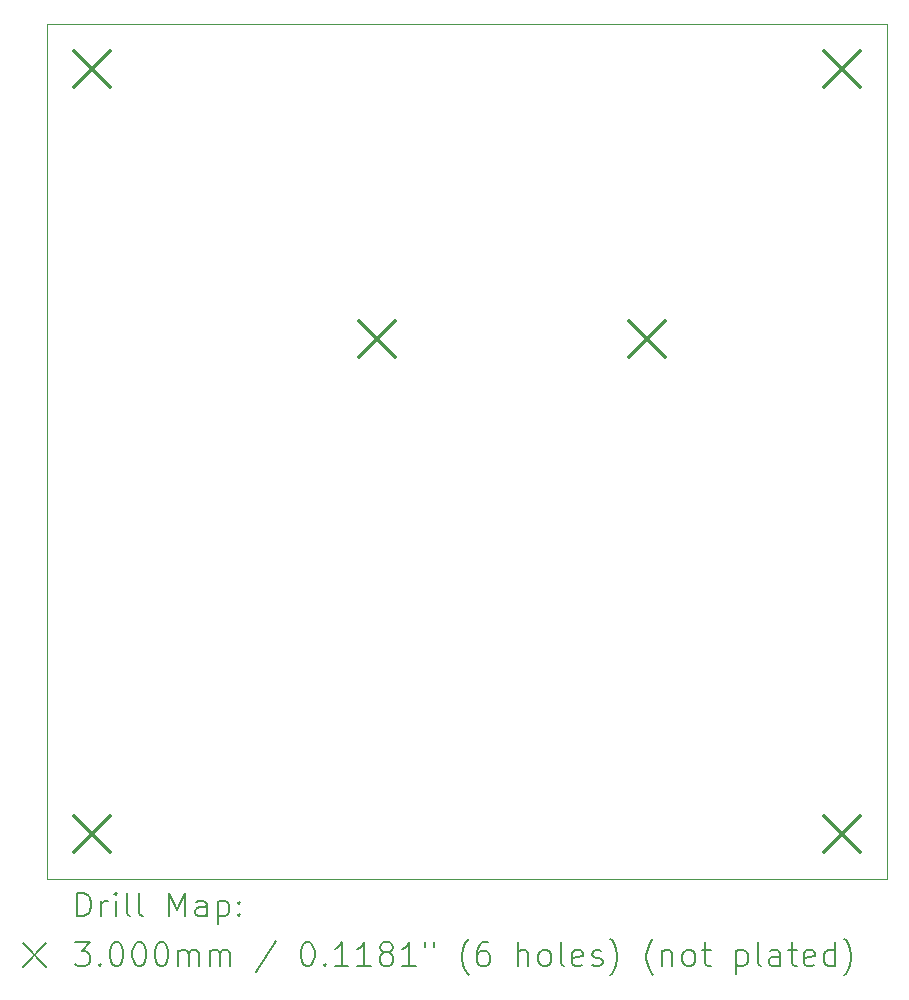
<source format=gbr>
%TF.GenerationSoftware,KiCad,Pcbnew,7.0.8*%
%TF.CreationDate,2023-11-30T19:20:53+00:00*%
%TF.ProjectId,mainboard,6d61696e-626f-4617-9264-2e6b69636164,rev?*%
%TF.SameCoordinates,Original*%
%TF.FileFunction,Drillmap*%
%TF.FilePolarity,Positive*%
%FSLAX45Y45*%
G04 Gerber Fmt 4.5, Leading zero omitted, Abs format (unit mm)*
G04 Created by KiCad (PCBNEW 7.0.8) date 2023-11-30 19:20:53*
%MOMM*%
%LPD*%
G01*
G04 APERTURE LIST*
%ADD10C,0.100000*%
%ADD11C,0.200000*%
%ADD12C,0.300000*%
G04 APERTURE END LIST*
D10*
X10703000Y-5680000D02*
X17815000Y-5680000D01*
X17815000Y-12919000D01*
X10703000Y-12919000D01*
X10703000Y-5680000D01*
D11*
D12*
X10934000Y-5911000D02*
X11234000Y-6211000D01*
X11234000Y-5911000D02*
X10934000Y-6211000D01*
X10934000Y-12388000D02*
X11234000Y-12688000D01*
X11234000Y-12388000D02*
X10934000Y-12688000D01*
X13347000Y-8197000D02*
X13647000Y-8497000D01*
X13647000Y-8197000D02*
X13347000Y-8497000D01*
X15631500Y-8197000D02*
X15931500Y-8497000D01*
X15931500Y-8197000D02*
X15631500Y-8497000D01*
X17284000Y-5911000D02*
X17584000Y-6211000D01*
X17584000Y-5911000D02*
X17284000Y-6211000D01*
X17284000Y-12388000D02*
X17584000Y-12688000D01*
X17584000Y-12388000D02*
X17284000Y-12688000D01*
D11*
X10958777Y-13235484D02*
X10958777Y-13035484D01*
X10958777Y-13035484D02*
X11006396Y-13035484D01*
X11006396Y-13035484D02*
X11034967Y-13045008D01*
X11034967Y-13045008D02*
X11054015Y-13064055D01*
X11054015Y-13064055D02*
X11063539Y-13083103D01*
X11063539Y-13083103D02*
X11073063Y-13121198D01*
X11073063Y-13121198D02*
X11073063Y-13149769D01*
X11073063Y-13149769D02*
X11063539Y-13187865D01*
X11063539Y-13187865D02*
X11054015Y-13206912D01*
X11054015Y-13206912D02*
X11034967Y-13225960D01*
X11034967Y-13225960D02*
X11006396Y-13235484D01*
X11006396Y-13235484D02*
X10958777Y-13235484D01*
X11158777Y-13235484D02*
X11158777Y-13102150D01*
X11158777Y-13140246D02*
X11168301Y-13121198D01*
X11168301Y-13121198D02*
X11177824Y-13111674D01*
X11177824Y-13111674D02*
X11196872Y-13102150D01*
X11196872Y-13102150D02*
X11215920Y-13102150D01*
X11282586Y-13235484D02*
X11282586Y-13102150D01*
X11282586Y-13035484D02*
X11273062Y-13045008D01*
X11273062Y-13045008D02*
X11282586Y-13054531D01*
X11282586Y-13054531D02*
X11292110Y-13045008D01*
X11292110Y-13045008D02*
X11282586Y-13035484D01*
X11282586Y-13035484D02*
X11282586Y-13054531D01*
X11406396Y-13235484D02*
X11387348Y-13225960D01*
X11387348Y-13225960D02*
X11377824Y-13206912D01*
X11377824Y-13206912D02*
X11377824Y-13035484D01*
X11511158Y-13235484D02*
X11492110Y-13225960D01*
X11492110Y-13225960D02*
X11482586Y-13206912D01*
X11482586Y-13206912D02*
X11482586Y-13035484D01*
X11739729Y-13235484D02*
X11739729Y-13035484D01*
X11739729Y-13035484D02*
X11806396Y-13178341D01*
X11806396Y-13178341D02*
X11873062Y-13035484D01*
X11873062Y-13035484D02*
X11873062Y-13235484D01*
X12054015Y-13235484D02*
X12054015Y-13130722D01*
X12054015Y-13130722D02*
X12044491Y-13111674D01*
X12044491Y-13111674D02*
X12025443Y-13102150D01*
X12025443Y-13102150D02*
X11987348Y-13102150D01*
X11987348Y-13102150D02*
X11968301Y-13111674D01*
X12054015Y-13225960D02*
X12034967Y-13235484D01*
X12034967Y-13235484D02*
X11987348Y-13235484D01*
X11987348Y-13235484D02*
X11968301Y-13225960D01*
X11968301Y-13225960D02*
X11958777Y-13206912D01*
X11958777Y-13206912D02*
X11958777Y-13187865D01*
X11958777Y-13187865D02*
X11968301Y-13168817D01*
X11968301Y-13168817D02*
X11987348Y-13159293D01*
X11987348Y-13159293D02*
X12034967Y-13159293D01*
X12034967Y-13159293D02*
X12054015Y-13149769D01*
X12149253Y-13102150D02*
X12149253Y-13302150D01*
X12149253Y-13111674D02*
X12168301Y-13102150D01*
X12168301Y-13102150D02*
X12206396Y-13102150D01*
X12206396Y-13102150D02*
X12225443Y-13111674D01*
X12225443Y-13111674D02*
X12234967Y-13121198D01*
X12234967Y-13121198D02*
X12244491Y-13140246D01*
X12244491Y-13140246D02*
X12244491Y-13197388D01*
X12244491Y-13197388D02*
X12234967Y-13216436D01*
X12234967Y-13216436D02*
X12225443Y-13225960D01*
X12225443Y-13225960D02*
X12206396Y-13235484D01*
X12206396Y-13235484D02*
X12168301Y-13235484D01*
X12168301Y-13235484D02*
X12149253Y-13225960D01*
X12330205Y-13216436D02*
X12339729Y-13225960D01*
X12339729Y-13225960D02*
X12330205Y-13235484D01*
X12330205Y-13235484D02*
X12320682Y-13225960D01*
X12320682Y-13225960D02*
X12330205Y-13216436D01*
X12330205Y-13216436D02*
X12330205Y-13235484D01*
X12330205Y-13111674D02*
X12339729Y-13121198D01*
X12339729Y-13121198D02*
X12330205Y-13130722D01*
X12330205Y-13130722D02*
X12320682Y-13121198D01*
X12320682Y-13121198D02*
X12330205Y-13111674D01*
X12330205Y-13111674D02*
X12330205Y-13130722D01*
X10498000Y-13464000D02*
X10698000Y-13664000D01*
X10698000Y-13464000D02*
X10498000Y-13664000D01*
X10939729Y-13455484D02*
X11063539Y-13455484D01*
X11063539Y-13455484D02*
X10996872Y-13531674D01*
X10996872Y-13531674D02*
X11025444Y-13531674D01*
X11025444Y-13531674D02*
X11044491Y-13541198D01*
X11044491Y-13541198D02*
X11054015Y-13550722D01*
X11054015Y-13550722D02*
X11063539Y-13569769D01*
X11063539Y-13569769D02*
X11063539Y-13617388D01*
X11063539Y-13617388D02*
X11054015Y-13636436D01*
X11054015Y-13636436D02*
X11044491Y-13645960D01*
X11044491Y-13645960D02*
X11025444Y-13655484D01*
X11025444Y-13655484D02*
X10968301Y-13655484D01*
X10968301Y-13655484D02*
X10949253Y-13645960D01*
X10949253Y-13645960D02*
X10939729Y-13636436D01*
X11149253Y-13636436D02*
X11158777Y-13645960D01*
X11158777Y-13645960D02*
X11149253Y-13655484D01*
X11149253Y-13655484D02*
X11139729Y-13645960D01*
X11139729Y-13645960D02*
X11149253Y-13636436D01*
X11149253Y-13636436D02*
X11149253Y-13655484D01*
X11282586Y-13455484D02*
X11301634Y-13455484D01*
X11301634Y-13455484D02*
X11320682Y-13465008D01*
X11320682Y-13465008D02*
X11330205Y-13474531D01*
X11330205Y-13474531D02*
X11339729Y-13493579D01*
X11339729Y-13493579D02*
X11349253Y-13531674D01*
X11349253Y-13531674D02*
X11349253Y-13579293D01*
X11349253Y-13579293D02*
X11339729Y-13617388D01*
X11339729Y-13617388D02*
X11330205Y-13636436D01*
X11330205Y-13636436D02*
X11320682Y-13645960D01*
X11320682Y-13645960D02*
X11301634Y-13655484D01*
X11301634Y-13655484D02*
X11282586Y-13655484D01*
X11282586Y-13655484D02*
X11263539Y-13645960D01*
X11263539Y-13645960D02*
X11254015Y-13636436D01*
X11254015Y-13636436D02*
X11244491Y-13617388D01*
X11244491Y-13617388D02*
X11234967Y-13579293D01*
X11234967Y-13579293D02*
X11234967Y-13531674D01*
X11234967Y-13531674D02*
X11244491Y-13493579D01*
X11244491Y-13493579D02*
X11254015Y-13474531D01*
X11254015Y-13474531D02*
X11263539Y-13465008D01*
X11263539Y-13465008D02*
X11282586Y-13455484D01*
X11473062Y-13455484D02*
X11492110Y-13455484D01*
X11492110Y-13455484D02*
X11511158Y-13465008D01*
X11511158Y-13465008D02*
X11520682Y-13474531D01*
X11520682Y-13474531D02*
X11530205Y-13493579D01*
X11530205Y-13493579D02*
X11539729Y-13531674D01*
X11539729Y-13531674D02*
X11539729Y-13579293D01*
X11539729Y-13579293D02*
X11530205Y-13617388D01*
X11530205Y-13617388D02*
X11520682Y-13636436D01*
X11520682Y-13636436D02*
X11511158Y-13645960D01*
X11511158Y-13645960D02*
X11492110Y-13655484D01*
X11492110Y-13655484D02*
X11473062Y-13655484D01*
X11473062Y-13655484D02*
X11454015Y-13645960D01*
X11454015Y-13645960D02*
X11444491Y-13636436D01*
X11444491Y-13636436D02*
X11434967Y-13617388D01*
X11434967Y-13617388D02*
X11425443Y-13579293D01*
X11425443Y-13579293D02*
X11425443Y-13531674D01*
X11425443Y-13531674D02*
X11434967Y-13493579D01*
X11434967Y-13493579D02*
X11444491Y-13474531D01*
X11444491Y-13474531D02*
X11454015Y-13465008D01*
X11454015Y-13465008D02*
X11473062Y-13455484D01*
X11663539Y-13455484D02*
X11682586Y-13455484D01*
X11682586Y-13455484D02*
X11701634Y-13465008D01*
X11701634Y-13465008D02*
X11711158Y-13474531D01*
X11711158Y-13474531D02*
X11720682Y-13493579D01*
X11720682Y-13493579D02*
X11730205Y-13531674D01*
X11730205Y-13531674D02*
X11730205Y-13579293D01*
X11730205Y-13579293D02*
X11720682Y-13617388D01*
X11720682Y-13617388D02*
X11711158Y-13636436D01*
X11711158Y-13636436D02*
X11701634Y-13645960D01*
X11701634Y-13645960D02*
X11682586Y-13655484D01*
X11682586Y-13655484D02*
X11663539Y-13655484D01*
X11663539Y-13655484D02*
X11644491Y-13645960D01*
X11644491Y-13645960D02*
X11634967Y-13636436D01*
X11634967Y-13636436D02*
X11625443Y-13617388D01*
X11625443Y-13617388D02*
X11615920Y-13579293D01*
X11615920Y-13579293D02*
X11615920Y-13531674D01*
X11615920Y-13531674D02*
X11625443Y-13493579D01*
X11625443Y-13493579D02*
X11634967Y-13474531D01*
X11634967Y-13474531D02*
X11644491Y-13465008D01*
X11644491Y-13465008D02*
X11663539Y-13455484D01*
X11815920Y-13655484D02*
X11815920Y-13522150D01*
X11815920Y-13541198D02*
X11825443Y-13531674D01*
X11825443Y-13531674D02*
X11844491Y-13522150D01*
X11844491Y-13522150D02*
X11873063Y-13522150D01*
X11873063Y-13522150D02*
X11892110Y-13531674D01*
X11892110Y-13531674D02*
X11901634Y-13550722D01*
X11901634Y-13550722D02*
X11901634Y-13655484D01*
X11901634Y-13550722D02*
X11911158Y-13531674D01*
X11911158Y-13531674D02*
X11930205Y-13522150D01*
X11930205Y-13522150D02*
X11958777Y-13522150D01*
X11958777Y-13522150D02*
X11977824Y-13531674D01*
X11977824Y-13531674D02*
X11987348Y-13550722D01*
X11987348Y-13550722D02*
X11987348Y-13655484D01*
X12082586Y-13655484D02*
X12082586Y-13522150D01*
X12082586Y-13541198D02*
X12092110Y-13531674D01*
X12092110Y-13531674D02*
X12111158Y-13522150D01*
X12111158Y-13522150D02*
X12139729Y-13522150D01*
X12139729Y-13522150D02*
X12158777Y-13531674D01*
X12158777Y-13531674D02*
X12168301Y-13550722D01*
X12168301Y-13550722D02*
X12168301Y-13655484D01*
X12168301Y-13550722D02*
X12177824Y-13531674D01*
X12177824Y-13531674D02*
X12196872Y-13522150D01*
X12196872Y-13522150D02*
X12225443Y-13522150D01*
X12225443Y-13522150D02*
X12244491Y-13531674D01*
X12244491Y-13531674D02*
X12254015Y-13550722D01*
X12254015Y-13550722D02*
X12254015Y-13655484D01*
X12644491Y-13445960D02*
X12473063Y-13703103D01*
X12901634Y-13455484D02*
X12920682Y-13455484D01*
X12920682Y-13455484D02*
X12939729Y-13465008D01*
X12939729Y-13465008D02*
X12949253Y-13474531D01*
X12949253Y-13474531D02*
X12958777Y-13493579D01*
X12958777Y-13493579D02*
X12968301Y-13531674D01*
X12968301Y-13531674D02*
X12968301Y-13579293D01*
X12968301Y-13579293D02*
X12958777Y-13617388D01*
X12958777Y-13617388D02*
X12949253Y-13636436D01*
X12949253Y-13636436D02*
X12939729Y-13645960D01*
X12939729Y-13645960D02*
X12920682Y-13655484D01*
X12920682Y-13655484D02*
X12901634Y-13655484D01*
X12901634Y-13655484D02*
X12882586Y-13645960D01*
X12882586Y-13645960D02*
X12873063Y-13636436D01*
X12873063Y-13636436D02*
X12863539Y-13617388D01*
X12863539Y-13617388D02*
X12854015Y-13579293D01*
X12854015Y-13579293D02*
X12854015Y-13531674D01*
X12854015Y-13531674D02*
X12863539Y-13493579D01*
X12863539Y-13493579D02*
X12873063Y-13474531D01*
X12873063Y-13474531D02*
X12882586Y-13465008D01*
X12882586Y-13465008D02*
X12901634Y-13455484D01*
X13054015Y-13636436D02*
X13063539Y-13645960D01*
X13063539Y-13645960D02*
X13054015Y-13655484D01*
X13054015Y-13655484D02*
X13044491Y-13645960D01*
X13044491Y-13645960D02*
X13054015Y-13636436D01*
X13054015Y-13636436D02*
X13054015Y-13655484D01*
X13254015Y-13655484D02*
X13139729Y-13655484D01*
X13196872Y-13655484D02*
X13196872Y-13455484D01*
X13196872Y-13455484D02*
X13177825Y-13484055D01*
X13177825Y-13484055D02*
X13158777Y-13503103D01*
X13158777Y-13503103D02*
X13139729Y-13512627D01*
X13444491Y-13655484D02*
X13330206Y-13655484D01*
X13387348Y-13655484D02*
X13387348Y-13455484D01*
X13387348Y-13455484D02*
X13368301Y-13484055D01*
X13368301Y-13484055D02*
X13349253Y-13503103D01*
X13349253Y-13503103D02*
X13330206Y-13512627D01*
X13558777Y-13541198D02*
X13539729Y-13531674D01*
X13539729Y-13531674D02*
X13530206Y-13522150D01*
X13530206Y-13522150D02*
X13520682Y-13503103D01*
X13520682Y-13503103D02*
X13520682Y-13493579D01*
X13520682Y-13493579D02*
X13530206Y-13474531D01*
X13530206Y-13474531D02*
X13539729Y-13465008D01*
X13539729Y-13465008D02*
X13558777Y-13455484D01*
X13558777Y-13455484D02*
X13596872Y-13455484D01*
X13596872Y-13455484D02*
X13615920Y-13465008D01*
X13615920Y-13465008D02*
X13625444Y-13474531D01*
X13625444Y-13474531D02*
X13634967Y-13493579D01*
X13634967Y-13493579D02*
X13634967Y-13503103D01*
X13634967Y-13503103D02*
X13625444Y-13522150D01*
X13625444Y-13522150D02*
X13615920Y-13531674D01*
X13615920Y-13531674D02*
X13596872Y-13541198D01*
X13596872Y-13541198D02*
X13558777Y-13541198D01*
X13558777Y-13541198D02*
X13539729Y-13550722D01*
X13539729Y-13550722D02*
X13530206Y-13560246D01*
X13530206Y-13560246D02*
X13520682Y-13579293D01*
X13520682Y-13579293D02*
X13520682Y-13617388D01*
X13520682Y-13617388D02*
X13530206Y-13636436D01*
X13530206Y-13636436D02*
X13539729Y-13645960D01*
X13539729Y-13645960D02*
X13558777Y-13655484D01*
X13558777Y-13655484D02*
X13596872Y-13655484D01*
X13596872Y-13655484D02*
X13615920Y-13645960D01*
X13615920Y-13645960D02*
X13625444Y-13636436D01*
X13625444Y-13636436D02*
X13634967Y-13617388D01*
X13634967Y-13617388D02*
X13634967Y-13579293D01*
X13634967Y-13579293D02*
X13625444Y-13560246D01*
X13625444Y-13560246D02*
X13615920Y-13550722D01*
X13615920Y-13550722D02*
X13596872Y-13541198D01*
X13825444Y-13655484D02*
X13711158Y-13655484D01*
X13768301Y-13655484D02*
X13768301Y-13455484D01*
X13768301Y-13455484D02*
X13749253Y-13484055D01*
X13749253Y-13484055D02*
X13730206Y-13503103D01*
X13730206Y-13503103D02*
X13711158Y-13512627D01*
X13901634Y-13455484D02*
X13901634Y-13493579D01*
X13977825Y-13455484D02*
X13977825Y-13493579D01*
X14273063Y-13731674D02*
X14263539Y-13722150D01*
X14263539Y-13722150D02*
X14244491Y-13693579D01*
X14244491Y-13693579D02*
X14234968Y-13674531D01*
X14234968Y-13674531D02*
X14225444Y-13645960D01*
X14225444Y-13645960D02*
X14215920Y-13598341D01*
X14215920Y-13598341D02*
X14215920Y-13560246D01*
X14215920Y-13560246D02*
X14225444Y-13512627D01*
X14225444Y-13512627D02*
X14234968Y-13484055D01*
X14234968Y-13484055D02*
X14244491Y-13465008D01*
X14244491Y-13465008D02*
X14263539Y-13436436D01*
X14263539Y-13436436D02*
X14273063Y-13426912D01*
X14434968Y-13455484D02*
X14396872Y-13455484D01*
X14396872Y-13455484D02*
X14377825Y-13465008D01*
X14377825Y-13465008D02*
X14368301Y-13474531D01*
X14368301Y-13474531D02*
X14349253Y-13503103D01*
X14349253Y-13503103D02*
X14339729Y-13541198D01*
X14339729Y-13541198D02*
X14339729Y-13617388D01*
X14339729Y-13617388D02*
X14349253Y-13636436D01*
X14349253Y-13636436D02*
X14358777Y-13645960D01*
X14358777Y-13645960D02*
X14377825Y-13655484D01*
X14377825Y-13655484D02*
X14415920Y-13655484D01*
X14415920Y-13655484D02*
X14434968Y-13645960D01*
X14434968Y-13645960D02*
X14444491Y-13636436D01*
X14444491Y-13636436D02*
X14454015Y-13617388D01*
X14454015Y-13617388D02*
X14454015Y-13569769D01*
X14454015Y-13569769D02*
X14444491Y-13550722D01*
X14444491Y-13550722D02*
X14434968Y-13541198D01*
X14434968Y-13541198D02*
X14415920Y-13531674D01*
X14415920Y-13531674D02*
X14377825Y-13531674D01*
X14377825Y-13531674D02*
X14358777Y-13541198D01*
X14358777Y-13541198D02*
X14349253Y-13550722D01*
X14349253Y-13550722D02*
X14339729Y-13569769D01*
X14692110Y-13655484D02*
X14692110Y-13455484D01*
X14777825Y-13655484D02*
X14777825Y-13550722D01*
X14777825Y-13550722D02*
X14768301Y-13531674D01*
X14768301Y-13531674D02*
X14749253Y-13522150D01*
X14749253Y-13522150D02*
X14720682Y-13522150D01*
X14720682Y-13522150D02*
X14701634Y-13531674D01*
X14701634Y-13531674D02*
X14692110Y-13541198D01*
X14901634Y-13655484D02*
X14882587Y-13645960D01*
X14882587Y-13645960D02*
X14873063Y-13636436D01*
X14873063Y-13636436D02*
X14863539Y-13617388D01*
X14863539Y-13617388D02*
X14863539Y-13560246D01*
X14863539Y-13560246D02*
X14873063Y-13541198D01*
X14873063Y-13541198D02*
X14882587Y-13531674D01*
X14882587Y-13531674D02*
X14901634Y-13522150D01*
X14901634Y-13522150D02*
X14930206Y-13522150D01*
X14930206Y-13522150D02*
X14949253Y-13531674D01*
X14949253Y-13531674D02*
X14958777Y-13541198D01*
X14958777Y-13541198D02*
X14968301Y-13560246D01*
X14968301Y-13560246D02*
X14968301Y-13617388D01*
X14968301Y-13617388D02*
X14958777Y-13636436D01*
X14958777Y-13636436D02*
X14949253Y-13645960D01*
X14949253Y-13645960D02*
X14930206Y-13655484D01*
X14930206Y-13655484D02*
X14901634Y-13655484D01*
X15082587Y-13655484D02*
X15063539Y-13645960D01*
X15063539Y-13645960D02*
X15054015Y-13626912D01*
X15054015Y-13626912D02*
X15054015Y-13455484D01*
X15234968Y-13645960D02*
X15215920Y-13655484D01*
X15215920Y-13655484D02*
X15177825Y-13655484D01*
X15177825Y-13655484D02*
X15158777Y-13645960D01*
X15158777Y-13645960D02*
X15149253Y-13626912D01*
X15149253Y-13626912D02*
X15149253Y-13550722D01*
X15149253Y-13550722D02*
X15158777Y-13531674D01*
X15158777Y-13531674D02*
X15177825Y-13522150D01*
X15177825Y-13522150D02*
X15215920Y-13522150D01*
X15215920Y-13522150D02*
X15234968Y-13531674D01*
X15234968Y-13531674D02*
X15244491Y-13550722D01*
X15244491Y-13550722D02*
X15244491Y-13569769D01*
X15244491Y-13569769D02*
X15149253Y-13588817D01*
X15320682Y-13645960D02*
X15339730Y-13655484D01*
X15339730Y-13655484D02*
X15377825Y-13655484D01*
X15377825Y-13655484D02*
X15396872Y-13645960D01*
X15396872Y-13645960D02*
X15406396Y-13626912D01*
X15406396Y-13626912D02*
X15406396Y-13617388D01*
X15406396Y-13617388D02*
X15396872Y-13598341D01*
X15396872Y-13598341D02*
X15377825Y-13588817D01*
X15377825Y-13588817D02*
X15349253Y-13588817D01*
X15349253Y-13588817D02*
X15330206Y-13579293D01*
X15330206Y-13579293D02*
X15320682Y-13560246D01*
X15320682Y-13560246D02*
X15320682Y-13550722D01*
X15320682Y-13550722D02*
X15330206Y-13531674D01*
X15330206Y-13531674D02*
X15349253Y-13522150D01*
X15349253Y-13522150D02*
X15377825Y-13522150D01*
X15377825Y-13522150D02*
X15396872Y-13531674D01*
X15473063Y-13731674D02*
X15482587Y-13722150D01*
X15482587Y-13722150D02*
X15501634Y-13693579D01*
X15501634Y-13693579D02*
X15511158Y-13674531D01*
X15511158Y-13674531D02*
X15520682Y-13645960D01*
X15520682Y-13645960D02*
X15530206Y-13598341D01*
X15530206Y-13598341D02*
X15530206Y-13560246D01*
X15530206Y-13560246D02*
X15520682Y-13512627D01*
X15520682Y-13512627D02*
X15511158Y-13484055D01*
X15511158Y-13484055D02*
X15501634Y-13465008D01*
X15501634Y-13465008D02*
X15482587Y-13436436D01*
X15482587Y-13436436D02*
X15473063Y-13426912D01*
X15834968Y-13731674D02*
X15825444Y-13722150D01*
X15825444Y-13722150D02*
X15806396Y-13693579D01*
X15806396Y-13693579D02*
X15796872Y-13674531D01*
X15796872Y-13674531D02*
X15787349Y-13645960D01*
X15787349Y-13645960D02*
X15777825Y-13598341D01*
X15777825Y-13598341D02*
X15777825Y-13560246D01*
X15777825Y-13560246D02*
X15787349Y-13512627D01*
X15787349Y-13512627D02*
X15796872Y-13484055D01*
X15796872Y-13484055D02*
X15806396Y-13465008D01*
X15806396Y-13465008D02*
X15825444Y-13436436D01*
X15825444Y-13436436D02*
X15834968Y-13426912D01*
X15911158Y-13522150D02*
X15911158Y-13655484D01*
X15911158Y-13541198D02*
X15920682Y-13531674D01*
X15920682Y-13531674D02*
X15939730Y-13522150D01*
X15939730Y-13522150D02*
X15968301Y-13522150D01*
X15968301Y-13522150D02*
X15987349Y-13531674D01*
X15987349Y-13531674D02*
X15996872Y-13550722D01*
X15996872Y-13550722D02*
X15996872Y-13655484D01*
X16120682Y-13655484D02*
X16101634Y-13645960D01*
X16101634Y-13645960D02*
X16092111Y-13636436D01*
X16092111Y-13636436D02*
X16082587Y-13617388D01*
X16082587Y-13617388D02*
X16082587Y-13560246D01*
X16082587Y-13560246D02*
X16092111Y-13541198D01*
X16092111Y-13541198D02*
X16101634Y-13531674D01*
X16101634Y-13531674D02*
X16120682Y-13522150D01*
X16120682Y-13522150D02*
X16149253Y-13522150D01*
X16149253Y-13522150D02*
X16168301Y-13531674D01*
X16168301Y-13531674D02*
X16177825Y-13541198D01*
X16177825Y-13541198D02*
X16187349Y-13560246D01*
X16187349Y-13560246D02*
X16187349Y-13617388D01*
X16187349Y-13617388D02*
X16177825Y-13636436D01*
X16177825Y-13636436D02*
X16168301Y-13645960D01*
X16168301Y-13645960D02*
X16149253Y-13655484D01*
X16149253Y-13655484D02*
X16120682Y-13655484D01*
X16244492Y-13522150D02*
X16320682Y-13522150D01*
X16273063Y-13455484D02*
X16273063Y-13626912D01*
X16273063Y-13626912D02*
X16282587Y-13645960D01*
X16282587Y-13645960D02*
X16301634Y-13655484D01*
X16301634Y-13655484D02*
X16320682Y-13655484D01*
X16539730Y-13522150D02*
X16539730Y-13722150D01*
X16539730Y-13531674D02*
X16558777Y-13522150D01*
X16558777Y-13522150D02*
X16596873Y-13522150D01*
X16596873Y-13522150D02*
X16615920Y-13531674D01*
X16615920Y-13531674D02*
X16625444Y-13541198D01*
X16625444Y-13541198D02*
X16634968Y-13560246D01*
X16634968Y-13560246D02*
X16634968Y-13617388D01*
X16634968Y-13617388D02*
X16625444Y-13636436D01*
X16625444Y-13636436D02*
X16615920Y-13645960D01*
X16615920Y-13645960D02*
X16596873Y-13655484D01*
X16596873Y-13655484D02*
X16558777Y-13655484D01*
X16558777Y-13655484D02*
X16539730Y-13645960D01*
X16749253Y-13655484D02*
X16730206Y-13645960D01*
X16730206Y-13645960D02*
X16720682Y-13626912D01*
X16720682Y-13626912D02*
X16720682Y-13455484D01*
X16911158Y-13655484D02*
X16911158Y-13550722D01*
X16911158Y-13550722D02*
X16901635Y-13531674D01*
X16901635Y-13531674D02*
X16882587Y-13522150D01*
X16882587Y-13522150D02*
X16844492Y-13522150D01*
X16844492Y-13522150D02*
X16825444Y-13531674D01*
X16911158Y-13645960D02*
X16892111Y-13655484D01*
X16892111Y-13655484D02*
X16844492Y-13655484D01*
X16844492Y-13655484D02*
X16825444Y-13645960D01*
X16825444Y-13645960D02*
X16815920Y-13626912D01*
X16815920Y-13626912D02*
X16815920Y-13607865D01*
X16815920Y-13607865D02*
X16825444Y-13588817D01*
X16825444Y-13588817D02*
X16844492Y-13579293D01*
X16844492Y-13579293D02*
X16892111Y-13579293D01*
X16892111Y-13579293D02*
X16911158Y-13569769D01*
X16977825Y-13522150D02*
X17054015Y-13522150D01*
X17006396Y-13455484D02*
X17006396Y-13626912D01*
X17006396Y-13626912D02*
X17015920Y-13645960D01*
X17015920Y-13645960D02*
X17034968Y-13655484D01*
X17034968Y-13655484D02*
X17054015Y-13655484D01*
X17196873Y-13645960D02*
X17177825Y-13655484D01*
X17177825Y-13655484D02*
X17139730Y-13655484D01*
X17139730Y-13655484D02*
X17120682Y-13645960D01*
X17120682Y-13645960D02*
X17111158Y-13626912D01*
X17111158Y-13626912D02*
X17111158Y-13550722D01*
X17111158Y-13550722D02*
X17120682Y-13531674D01*
X17120682Y-13531674D02*
X17139730Y-13522150D01*
X17139730Y-13522150D02*
X17177825Y-13522150D01*
X17177825Y-13522150D02*
X17196873Y-13531674D01*
X17196873Y-13531674D02*
X17206396Y-13550722D01*
X17206396Y-13550722D02*
X17206396Y-13569769D01*
X17206396Y-13569769D02*
X17111158Y-13588817D01*
X17377825Y-13655484D02*
X17377825Y-13455484D01*
X17377825Y-13645960D02*
X17358777Y-13655484D01*
X17358777Y-13655484D02*
X17320682Y-13655484D01*
X17320682Y-13655484D02*
X17301635Y-13645960D01*
X17301635Y-13645960D02*
X17292111Y-13636436D01*
X17292111Y-13636436D02*
X17282587Y-13617388D01*
X17282587Y-13617388D02*
X17282587Y-13560246D01*
X17282587Y-13560246D02*
X17292111Y-13541198D01*
X17292111Y-13541198D02*
X17301635Y-13531674D01*
X17301635Y-13531674D02*
X17320682Y-13522150D01*
X17320682Y-13522150D02*
X17358777Y-13522150D01*
X17358777Y-13522150D02*
X17377825Y-13531674D01*
X17454016Y-13731674D02*
X17463539Y-13722150D01*
X17463539Y-13722150D02*
X17482587Y-13693579D01*
X17482587Y-13693579D02*
X17492111Y-13674531D01*
X17492111Y-13674531D02*
X17501635Y-13645960D01*
X17501635Y-13645960D02*
X17511158Y-13598341D01*
X17511158Y-13598341D02*
X17511158Y-13560246D01*
X17511158Y-13560246D02*
X17501635Y-13512627D01*
X17501635Y-13512627D02*
X17492111Y-13484055D01*
X17492111Y-13484055D02*
X17482587Y-13465008D01*
X17482587Y-13465008D02*
X17463539Y-13436436D01*
X17463539Y-13436436D02*
X17454016Y-13426912D01*
M02*

</source>
